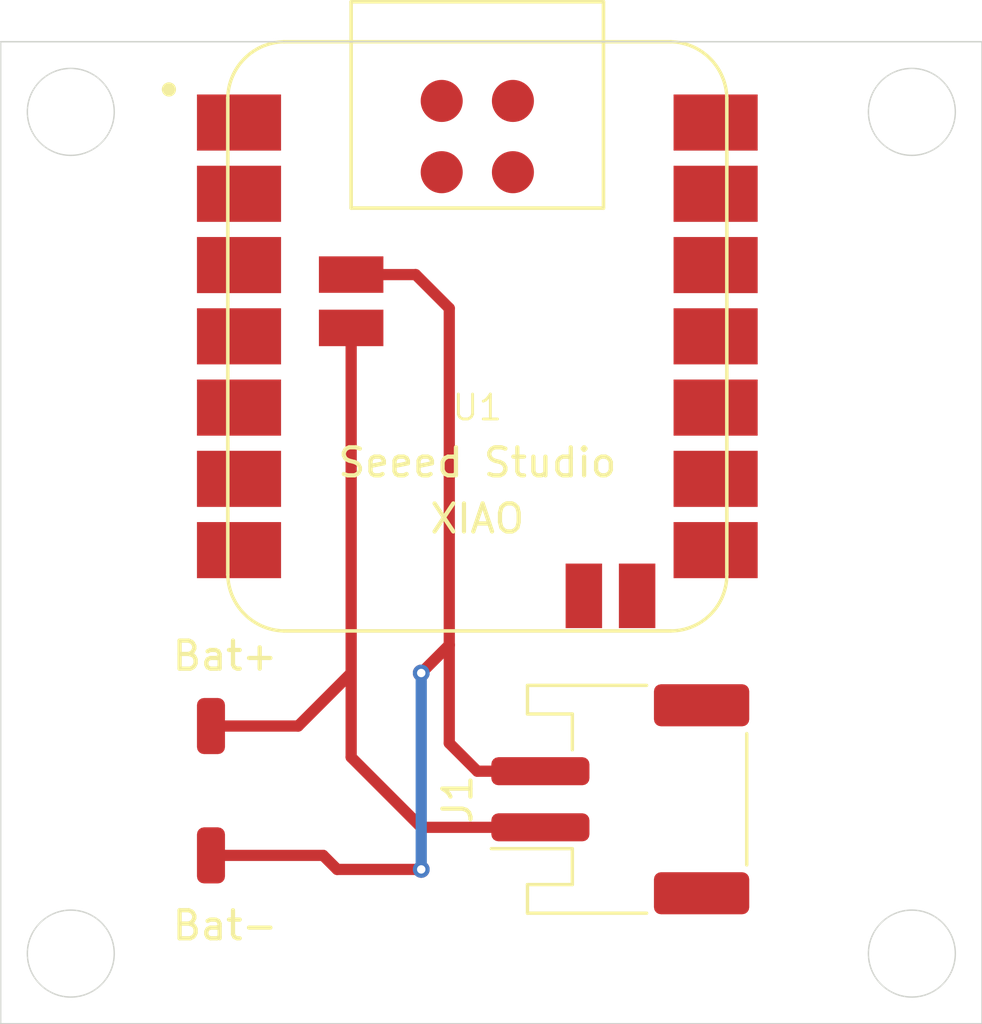
<source format=kicad_pcb>
(kicad_pcb (version 20240108) (generator "pcbnew") (generator_version "8.0")
  (layers (0 "F.Cu" signal) (31 "B.Cu" signal) (34 "B.Paste" user) (35 "F.Paste" user) (36 "B.SilkS" user "B.Silkscreen") (37 "F.SilkS" user "F.Silkscreen") (38 "B.Mask" user) (39 "F.Mask" user) (44 "Edge.Cuts" user))
  (net 0 "")
  (net 21 "Net-(B+1-Pin_1)")
  (net 22 "Net-(B-1-Pin_1)")
  (footprint "Seeed-XIAO:XIAO-nRF52840-Sense-14P-2.54-21X17.8MM" (layer "F.Cu") (at 98 92)
    (property "Reference" "U1" (at 0 2.54 0) (layer "F.SilkS") (effects (font (size 0.889 0.889) (thickness 0.1016))))
    (property "Value" "Seeed Studio XIAO nRF52840" (hide yes))
    (fp_line (start -8.9 -8.5) (end -8.9 8.5) (stroke (width 0.127)) (layer "F.SilkS"))
    (fp_line (start -6.9 10.5) (end 6.9 10.5) (stroke (width 0.127)) (layer "F.SilkS"))
    (fp_line (start -4.5 -11.92403) (end 4.5 -11.92403) (stroke (width 0.127)) (layer "F.SilkS"))
    (fp_line (start -4.5 -4.57073) (end -4.5 -11.92403) (stroke (width 0.127)) (layer "F.SilkS"))
    (fp_line (start 4.5 -11.92403) (end 4.5 -4.57073) (stroke (width 0.127)) (layer "F.SilkS"))
    (fp_line (start 4.5 -4.57073) (end -4.5 -4.57073) (stroke (width 0.127)) (layer "F.SilkS"))
    (fp_line (start 6.9 -10.49909) (end -6.9 -10.49909) (stroke (width 0.127)) (layer "F.SilkS"))
    (fp_line (start 8.9 8.5) (end 8.9 -8.5) (stroke (width 0.127)) (layer "F.SilkS"))
    (fp_arc (start -8.9 -8.5) (mid -8.301491 -9.901491) (end -6.9 -10.5) (stroke (width 0.12)) (layer "F.SilkS"))
    (fp_arc (start -6.9 10.5) (mid -8.301423 9.901423) (end -8.9 8.5) (stroke (width 0.12)) (layer "F.SilkS"))
    (fp_arc (start 6.9 -10.5) (mid 8.301492 -9.901492) (end 8.9 -8.5) (stroke (width 0.12)) (layer "F.SilkS"))
    (fp_arc (start 8.9 8.5) (mid 8.314214 9.914214) (end 6.9 10.5) (stroke (width 0.12)) (layer "F.SilkS"))
    (fp_circle (center -11 -8.8) (end -11 -9.054) (fill solid) (layer "F.SilkS"))
    (fp_poly (pts (xy -8.887715 -8.561705) (xy -8.884667 -8.610473) (xy -8.880603 -8.659494)) (stroke (width 0.0254)) (fill none) (layer "F.SilkS"))
    (fp_poly (pts (xy 8.889492 8.521574) (xy 8.887713 8.57085) (xy 8.884665 8.619618) (xy 8.880601 8.668639) (xy 8.875268 8.717407) (xy 8.868664 8.766175) (xy 8.861044 8.81469) (xy 8.852153 8.86295) (xy 8.842248 8.910955)) (stroke (width 0.0254)) (fill none) (layer "F.SilkS"))
    (fp_text user "XIAO" (at 0 6.5 0) (layer "F.SilkS"))
    (fp_text user "Seeed Studio" (at 0 4.5 0) (layer "F.SilkS"))
    (pad "1" smd rect (at -8.5 -7.62) (size 3 2) (layers "F.Cu" "F.Paste" "F.Mask"))
    (pad "2" smd rect (at -8.5 -5.08) (size 3 2) (layers "F.Cu" "F.Paste" "F.Mask"))
    (pad "3" smd rect (at -8.5 -2.54) (size 3 2) (layers "F.Cu" "F.Paste" "F.Mask"))
    (pad "4" smd rect (at -8.5 0) (size 3 2) (layers "F.Cu" "F.Paste" "F.Mask"))
    (pad "5" smd rect (at -8.5 2.54) (size 3 2) (layers "F.Cu" "F.Paste" "F.Mask"))
    (pad "6" smd rect (at -8.5 5.08 180) (size 3 2) (layers "F.Cu" "F.Paste" "F.Mask"))
    (pad "7" smd rect (at -8.5 7.62) (size 3 2) (layers "F.Cu" "F.Paste" "F.Mask"))
    (pad "8" smd rect (at 8.5 7.62) (size 3 2) (layers "F.Cu" "F.Paste" "F.Mask"))
    (pad "9" smd rect (at 8.5 5.08) (size 3 2) (layers "F.Cu" "F.Paste" "F.Mask"))
    (pad "10" smd rect (at 8.5 2.54) (size 3 2) (layers "F.Cu" "F.Paste" "F.Mask"))
    (pad "11" smd rect (at 8.5 0) (size 3 2) (layers "F.Cu" "F.Paste" "F.Mask"))
    (pad "12" smd rect (at 8.5 -2.54) (size 3 2) (layers "F.Cu" "F.Paste" "F.Mask"))
    (pad "13" smd rect (at 8.5 -5.08) (size 3 2) (layers "F.Cu" "F.Paste" "F.Mask"))
    (pad "14" smd rect (at 8.5 -7.62) (size 3 2) (layers "F.Cu" "F.Paste" "F.Mask"))
    (pad "15" smd circle (at -1.27 -8.39 90) (size 1.5 1.5) (layers "F.Cu" "F.Paste" "F.Mask"))
    (pad "16" smd circle (at 1.27 -8.39 90) (size 1.5 1.5) (layers "F.Cu" "F.Paste" "F.Mask"))
    (pad "17" smd circle (at -1.27 -5.85 90) (size 1.5 1.5) (layers "F.Cu" "F.Paste" "F.Mask"))
    (pad "18" smd circle (at 1.27 -5.85 90) (size 1.5 1.5) (layers "F.Cu" "F.Paste" "F.Mask"))
    (pad "19" smd rect (at 3.8 9.25 90) (size 2.3 1.3) (layers "F.Cu" "F.Paste" "F.Mask"))
    (pad "20" smd rect (at 5.7 9.25 90) (size 2.3 1.3) (layers "F.Cu" "F.Paste" "F.Mask"))
    (pad "21" smd rect (at -4.5 -2.2 180) (size 2.3 1.3) (layers "F.Cu" "F.Paste" "F.Mask") (net 22 "Net-(B-1-Pin_1)"))
    (pad "22" smd rect (at -4.5 -0.3 180) (size 2.3 1.3) (layers "F.Cu" "F.Paste" "F.Mask") (net 21 "Net-(B+1-Pin_1)"))
  )
  (footprint "Connector_JST:JST_PH_S2B-PH-SM4-TB_1x02-1MP_P2.00mm_Horizontal" (layer "F.Cu") (at 103.1 108.5 90)
    (property "Reference" "J1" (at 0 -5.8 90) (layer "F.SilkS"))
    (property "Value" "Conn_01x02")
    (fp_line (start 4.06 -3.31) (end 3.04 -3.31) (stroke (width 0.12)) (layer "F.SilkS"))
    (fp_line (start 3.04 -3.31) (end 3.04 -1.71) (stroke (width 0.12)) (layer "F.SilkS"))
    (fp_line (start -3.04 -3.31) (end -3.04 -1.71) (stroke (width 0.12)) (layer "F.SilkS"))
    (fp_line (start -4.06 -3.31) (end -3.04 -3.31) (stroke (width 0.12)) (layer "F.SilkS"))
    (fp_line (start 3.04 -1.71) (end 1.76 -1.71) (stroke (width 0.12)) (layer "F.SilkS"))
    (fp_line (start -1.76 -1.71) (end -1.76 -4.6) (stroke (width 0.12)) (layer "F.SilkS"))
    (fp_line (start -3.04 -1.71) (end -1.76 -1.71) (stroke (width 0.12)) (layer "F.SilkS"))
    (fp_line (start 4.06 0.94) (end 4.06 -3.31) (stroke (width 0.12)) (layer "F.SilkS"))
    (fp_line (start -4.06 0.94) (end -4.06 -3.31) (stroke (width 0.12)) (layer "F.SilkS"))
    (fp_line (start -2.34 4.51) (end 2.34 4.51) (stroke (width 0.12)) (layer "F.SilkS"))
    (pad "1" smd roundrect (at -1 -2.85 90) (size 1 3.5) (layers "F.Cu" "F.Paste" "F.Mask") (net 21 "Net-(B+1-Pin_1)"))
    (pad "2" smd roundrect (at 1 -2.85 90) (size 1 3.5) (layers "F.Cu" "F.Paste" "F.Mask") (net 22 "Net-(B-1-Pin_1)"))
    (pad "MP" smd roundrect (at -3.35 2.9 90) (size 1.5 3.4) (layers "F.Cu" "F.Paste" "F.Mask") (roundrect_rratio 0.166667))
    (pad "MP" smd roundrect (at 3.35 2.9 90) (size 1.5 3.4) (layers "F.Cu" "F.Paste" "F.Mask") (roundrect_rratio 0.166667))
  )
  (footprint "Connector_Wire:SolderWirePad_1x01_SMD_1x2mm" (layer "F.Cu") (at 88.5 105.89)
    (property "Reference" "Bat+" (at 0.5 -2.5 0) (layer "F.SilkS"))
    (property "Value" "~" (hide yes))
    (pad "1" smd roundrect (at 0 0) (size 1 2) (layers "F.Cu" "F.Paste" "F.Mask") (net 21 "Net-(B+1-Pin_1)"))
  )
  (footprint "Connector_Wire:SolderWirePad_1x01_SMD_1x2mm" (layer "F.Cu") (at 88.5 110.5)
    (property "Reference" "Bat-" (at 0.5 2.5 0) (layer "F.SilkS"))
    (property "Value" "~")
    (pad "1" smd roundrect (at 0 0) (size 1 2) (layers "F.Cu" "F.Paste" "F.Mask") (net 22 "Net-(B-1-Pin_1)"))
  )
  (gr_circle (center 113.5 114) (end 115.05 114) (stroke (width 0.05)) (fill none) (layer "Edge.Cuts"))
  (gr_rect (start 81 81.5) (end 116 116.5) (stroke (width 0.05)) (fill none) (layer "Edge.Cuts"))
  (gr_circle (center 83.5 114) (end 85.05 114) (stroke (width 0.05)) (fill none) (layer "Edge.Cuts"))
  (gr_circle (center 113.5 84) (end 115.05 84) (stroke (width 0.05)) (fill none) (layer "Edge.Cuts"))
  (gr_circle (center 83.5 84) (end 85.05 84) (stroke (width 0.05)) (fill none) (layer "Edge.Cuts"))
  (segment (start 93.5 91.7) (end 93.5 104) (width 0.4) (layer "F.Cu") (net 21))
  (segment (start 91.61 105.89) (end 88.5 105.89) (width 0.4) (layer "F.Cu") (net 21))
  (segment (start 96 109.5) (end 100.25 109.5) (width 0.4) (layer "F.Cu") (net 21))
  (segment (start 93.5 107) (end 96 109.5) (width 0.4) (layer "F.Cu") (net 21))
  (segment (start 93.5 104) (end 91.61 105.89) (width 0.4) (layer "F.Cu") (net 21))
  (segment (start 93.5 104) (end 93.5 107) (width 0.4) (layer "F.Cu") (net 21))
  (segment (start 95.8 89.8) (end 93.5 89.8) (width 0.4) (layer "F.Cu") (net 22))
  (segment (start 92.5 110.5) (end 88.5 110.5) (width 0.4) (layer "F.Cu") (net 22))
  (segment (start 98 107.5) (end 97 106.5) (width 0.4) (layer "F.Cu") (net 22))
  (segment (start 93 111) (end 92.5 110.5) (width 0.4) (layer "F.Cu") (net 22))
  (segment (start 97 103) (end 96 104) (width 0.4) (layer "F.Cu") (net 22))
  (segment (start 97 103) (end 97 91) (width 0.4) (layer "F.Cu") (net 22))
  (segment (start 96 111) (end 93 111) (width 0.4) (layer "F.Cu") (net 22))
  (segment (start 97 91) (end 95.8 89.8) (width 0.4) (layer "F.Cu") (net 22))
  (segment (start 100.25 107.5) (end 98 107.5) (width 0.4) (layer "F.Cu") (net 22))
  (segment (start 97 106.5) (end 97 103) (width 0.4) (layer "F.Cu") (net 22))
  (via (at 96 104) (size 0.6) (drill 0.3) (layers "F.Cu" "B.Cu") (net 22))
  (via (at 96 111) (size 0.6) (drill 0.3) (layers "F.Cu" "B.Cu") (net 22))
  (segment (start 96 104) (end 96 111) (width 0.4) (layer "B.Cu") (net 22))
)
</source>
